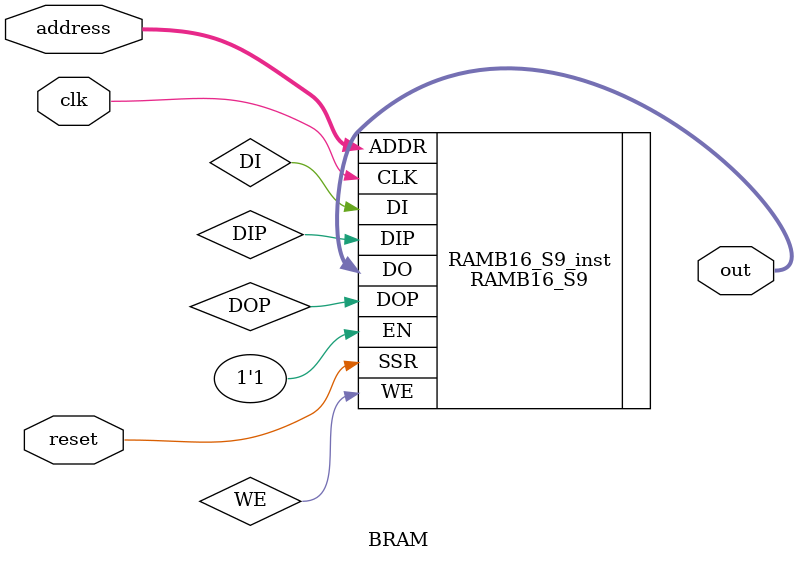
<source format=v>
module BRAM(clk, reset, address, out);

	input clk, reset;
	input [10:0] address;

	output [7:0] out;

	wire clk, reset;
	wire[7:0] out;
	wire[10:0] address;

// RAMB16_S9: 2k x 8 + 1 Parity bit Single-Port RAM
//            Spartan-3E
// Xilinx HDL Language Template, version 14.7

	RAMB16_S9 #(
		.INIT(9'h000),  // Value of output RAM registers at startup
		.SRVAL(9'h000), // Output value upon SSR assertion
		.WRITE_MODE("WRITE_FIRST"), // WRITE_FIRST, READ_FIRST or NO_CHANGE

		// The forllowing INIT_xx declarations specify the initial contents of the RAM
		// Address 0 to 511
		.INIT_00(256'h5E_6F_6E_6D_6C_6B_6A_69_68_67_66_65_64_63_62_61_50_4F_4E_4D_4C_4B_4A_49_48_47_46_45_44_43_42_41),
		.INIT_01(256'h3E_6F_6E_6D_6C_6B_6A_69_68_67_66_65_64_63_62_61_50_4F_4E_4D_4C_4B_4A_49_48_47_46_45_44_43_42_41),
		.INIT_02(256'h76_6F_6E_6D_6C_6B_6A_69_68_67_66_65_64_63_62_61_50_4F_4E_4D_4C_4B_4A_49_48_47_46_45_44_43_42_41),
		.INIT_03(256'h3C_6F_6E_6D_6C_6B_6A_69_68_67_66_65_64_63_62_61_50_4F_4E_4D_4C_4B_4A_49_48_47_46_45_44_43_42_41),
		.INIT_04(256'h00_00_00_00_00_00_00_00_00_00_00_00_00_00_00_00_00_00_00_00_00_00_00_00_00_00_00_00_00_00_00_00),
		.INIT_05(256'h00_00_00_00_00_00_00_00_00_00_00_00_00_00_00_00_00_00_00_00_00_00_00_00_00_00_00_00_00_00_00_00),
		.INIT_06(256'h00_00_00_00_00_00_00_00_00_00_00_00_00_00_00_00_00_00_00_00_00_00_00_00_00_00_00_00_00_00_00_00),
		.INIT_07(256'h00_00_00_00_00_00_00_00_00_00_00_00_00_00_00_00_00_00_00_00_00_00_00_00_00_00_00_00_00_00_00_00),
		.INIT_08(256'h00_00_00_00_00_00_00_00_00_00_00_00_00_00_00_00_00_00_00_00_00_00_00_00_00_00_00_00_00_00_00_00),
		.INIT_09(256'h00_00_00_00_00_00_00_00_00_00_00_00_00_00_00_00_00_00_00_00_00_00_00_00_00_00_00_00_00_00_00_00),
		.INIT_0A(256'h00_00_00_00_00_00_00_00_00_00_00_00_00_00_00_00_00_00_00_00_00_00_00_00_00_00_00_00_00_00_00_00),
		.INIT_0B(256'h00_00_00_00_00_00_00_00_00_00_00_00_00_00_00_00_00_00_00_00_00_00_00_00_00_00_00_00_00_00_00_00),
		.INIT_0C(256'h00_00_00_00_00_00_00_00_00_00_00_00_00_00_00_00_00_00_00_00_00_00_00_00_00_00_00_00_00_00_00_00),
		.INIT_0D(256'h00_00_00_00_00_00_00_00_00_00_00_00_00_00_00_00_00_00_00_00_00_00_00_00_00_00_00_00_00_00_00_00),
		.INIT_0E(256'h00_00_00_00_00_00_00_00_00_00_00_00_00_00_00_00_00_00_00_00_00_00_00_00_00_00_00_00_00_00_00_00),
		.INIT_0F(256'h00_00_00_00_00_00_00_00_00_00_00_00_00_00_00_00_00_00_00_00_00_00_00_00_00_00_00_00_00_00_00_00),
		// Address 512 to 1023
		.INIT_10(256'h00_00_00_00_00_00_00_00_00_00_00_00_00_00_00_00_00_00_00_00_00_00_00_00_00_00_00_00_00_00_00_00),
		.INIT_11(256'h00_00_00_00_00_00_00_00_00_00_00_00_00_00_00_00_00_00_00_00_00_00_00_00_00_00_00_00_00_00_00_00),
		.INIT_12(256'h00_00_00_00_00_00_00_00_00_00_00_00_00_00_00_00_00_00_00_00_00_00_00_00_00_00_00_00_00_00_00_00),
		.INIT_13(256'h00_00_00_00_00_00_00_00_00_00_00_00_00_00_00_00_00_00_00_00_00_00_00_00_00_00_00_00_00_00_00_00),
		.INIT_14(256'h00_00_00_00_00_00_00_00_00_00_00_00_00_00_00_00_00_00_00_00_00_00_00_00_00_00_00_00_00_00_00_00),
		.INIT_15(256'h00_00_00_00_00_00_00_00_00_00_00_00_00_00_00_00_00_00_00_00_00_00_00_00_00_00_00_00_00_00_00_00),
		.INIT_16(256'h00_00_00_00_00_00_00_00_00_00_00_00_00_00_00_00_00_00_00_00_00_00_00_00_00_00_00_00_00_00_00_00),
		.INIT_17(256'h00_00_00_00_00_00_00_00_00_00_00_00_00_00_00_00_00_00_00_00_00_00_00_00_00_00_00_00_00_00_00_00),
		.INIT_18(256'h00_00_00_00_00_00_00_00_00_00_00_00_00_00_00_00_00_00_00_00_00_00_00_00_00_00_00_00_00_00_00_00),
		.INIT_19(256'h00_00_00_00_00_00_00_00_00_00_00_00_00_00_00_00_00_00_00_00_00_00_00_00_00_00_00_00_00_00_00_00),
		.INIT_1A(256'h00_00_00_00_00_00_00_00_00_00_00_00_00_00_00_00_00_00_00_00_00_00_00_00_00_00_00_00_00_00_00_00),
		.INIT_1B(256'h00_00_00_00_00_00_00_00_00_00_00_00_00_00_00_00_00_00_00_00_00_00_00_00_00_00_00_00_00_00_00_00),
		.INIT_1C(256'h00_00_00_00_00_00_00_00_00_00_00_00_00_00_00_00_00_00_00_00_00_00_00_00_00_00_00_00_00_00_00_00),
		.INIT_1D(256'h00_00_00_00_00_00_00_00_00_00_00_00_00_00_00_00_00_00_00_00_00_00_00_00_00_00_00_00_00_00_00_00),
		.INIT_1E(256'h00_00_00_00_00_00_00_00_00_00_00_00_00_00_00_00_00_00_00_00_00_00_00_00_00_00_00_00_00_00_00_00),
		.INIT_1F(256'h00_00_00_00_00_00_00_00_00_00_00_00_00_00_00_00_00_00_00_00_00_00_00_00_00_00_00_00_00_00_00_00),
		// Address 1024 to 1535
		.INIT_20(256'h00_00_00_00_00_00_00_00_00_00_00_00_00_00_00_00_00_00_00_00_00_00_00_00_00_00_00_00_00_00_00_00),
		.INIT_21(256'h00_00_00_00_00_00_00_00_00_00_00_00_00_00_00_00_00_00_00_00_00_00_00_00_00_00_00_00_00_00_00_00),
		.INIT_22(256'h00_00_00_00_00_00_00_00_00_00_00_00_00_00_00_00_00_00_00_00_00_00_00_00_00_00_00_00_00_00_00_00),
		.INIT_23(256'h00_00_00_00_00_00_00_00_00_00_00_00_00_00_00_00_00_00_00_00_00_00_00_00_00_00_00_00_00_00_00_00),
		.INIT_24(256'h00_00_00_00_00_00_00_00_00_00_00_00_00_00_00_00_00_00_00_00_00_00_00_00_00_00_00_00_00_00_00_00),
		.INIT_25(256'h00_00_00_00_00_00_00_00_00_00_00_00_00_00_00_00_00_00_00_00_00_00_00_00_00_00_00_00_00_00_00_00),
		.INIT_26(256'h00_00_00_00_00_00_00_00_00_00_00_00_00_00_00_00_00_00_00_00_00_00_00_00_00_00_00_00_00_00_00_00),
		.INIT_27(256'h00_00_00_00_00_00_00_00_00_00_00_00_00_00_00_00_00_00_00_00_00_00_00_00_00_00_00_00_00_00_00_00),
		.INIT_28(256'h00_00_00_00_00_00_00_00_00_00_00_00_00_00_00_00_00_00_00_00_00_00_00_00_00_00_00_00_00_00_00_00),
		.INIT_29(256'h00_00_00_00_00_00_00_00_00_00_00_00_00_00_00_00_00_00_00_00_00_00_00_00_00_00_00_00_00_00_00_00),
		.INIT_2A(256'h00_00_00_00_00_00_00_00_00_00_00_00_00_00_00_00_00_00_00_00_00_00_00_00_00_00_00_00_00_00_00_00),
		.INIT_2B(256'h00_00_00_00_00_00_00_00_00_00_00_00_00_00_00_00_00_00_00_00_00_00_00_00_00_00_00_00_00_00_00_00),
		.INIT_2C(256'h00_00_00_00_00_00_00_00_00_00_00_00_00_00_00_00_00_00_00_00_00_00_00_00_00_00_00_00_00_00_00_00),
		.INIT_2D(256'h00_00_00_00_00_00_00_00_00_00_00_00_00_00_00_00_00_00_00_00_00_00_00_00_00_00_00_00_00_00_00_00),
		.INIT_2E(256'h00_00_00_00_00_00_00_00_00_00_00_00_00_00_00_00_00_00_00_00_00_00_00_00_00_00_00_00_00_00_00_00),
		.INIT_2F(256'h00_00_00_00_00_00_00_00_00_00_00_00_00_00_00_00_00_00_00_00_00_00_00_00_00_00_00_00_00_00_00_00),
		// Address 1536 to 2047
		.INIT_30(256'h00_00_00_00_00_00_00_00_00_00_00_00_00_00_00_00_00_00_00_00_00_00_00_00_00_00_00_00_00_00_00_00),
		.INIT_31(256'h00_00_00_00_00_00_00_00_00_00_00_00_00_00_00_00_00_00_00_00_00_00_00_00_00_00_00_00_00_00_00_00),
		.INIT_32(256'h00_00_00_00_00_00_00_00_00_00_00_00_00_00_00_00_00_00_00_00_00_00_00_00_00_00_00_00_00_00_00_00),
		.INIT_33(256'h00_00_00_00_00_00_00_00_00_00_00_00_00_00_00_00_00_00_00_00_00_00_00_00_00_00_00_00_00_00_00_00),
		.INIT_34(256'h00_00_00_00_00_00_00_00_00_00_00_00_00_00_00_00_00_00_00_00_00_00_00_00_00_00_00_00_00_00_00_00),
		.INIT_35(256'h00_00_00_00_00_00_00_00_00_00_00_00_00_00_00_00_00_00_00_00_00_00_00_00_00_00_00_00_00_00_00_00),
		.INIT_36(256'h00_00_00_00_00_00_00_00_00_00_00_00_00_00_00_00_00_00_00_00_00_00_00_00_00_00_00_00_00_00_00_00),
		.INIT_37(256'h00_00_00_00_00_00_00_00_00_00_00_00_00_00_00_00_00_00_00_00_00_00_00_00_00_00_00_00_00_00_00_00),
		.INIT_38(256'h00_00_00_00_00_00_00_00_00_00_00_00_00_00_00_00_00_00_00_00_00_00_00_00_00_00_00_00_00_00_00_00),
		.INIT_39(256'h00_00_00_00_00_00_00_00_00_00_00_00_00_00_00_00_00_00_00_00_00_00_00_00_00_00_00_00_00_00_00_00),
		.INIT_3A(256'h00_00_00_00_00_00_00_00_00_00_00_00_00_00_00_00_00_00_00_00_00_00_00_00_00_00_00_00_00_00_00_00),
		.INIT_3B(256'h00_00_00_00_00_00_00_00_00_00_00_00_00_00_00_00_00_00_00_00_00_00_00_00_00_00_00_00_00_00_00_00),
		.INIT_3C(256'h00_00_00_00_00_00_00_00_00_00_00_00_00_00_00_00_00_00_00_00_00_00_00_00_00_00_00_00_00_00_00_00),
		.INIT_3D(256'h00_00_00_00_00_00_00_00_00_00_00_00_00_00_00_00_00_00_00_00_00_00_00_00_00_00_00_00_00_00_00_00),
		.INIT_3E(256'h00_00_00_00_00_00_00_00_00_00_00_00_00_00_00_00_00_00_00_00_00_00_00_00_00_00_00_00_00_00_00_00),
		.INIT_3F(256'h00_00_00_00_00_00_00_00_00_00_00_00_00_00_00_00_00_00_00_00_00_00_00_00_00_00_00_00_00_00_00_00),

		// The next set of INITP_xx are for the parity bits
		// Address 0 to 511
		.INITP_00(256'h0000000000000000000000000000000000000000000000000000000000000000),
		.INITP_01(256'h0000000000000000000000000000000000000000000000000000000000000000),
		// Address 512 to 1023
		.INITP_02(256'h0000000000000000000000000000000000000000000000000000000000000000),
		.INITP_03(256'h0000000000000000000000000000000000000000000000000000000000000000),
		// Address 1024 to 1535
		.INITP_04(256'h0000000000000000000000000000000000000000000000000000000000000000),
		.INITP_05(256'h0000000000000000000000000000000000000000000000000000000000000000),
		// Address 1536 to 2047
		.INITP_06(256'h0000000000000000000000000000000000000000000000000000000000000000),
		.INITP_07(256'h0000000000000000000000000000000000000000000000000000000000000000)
		) RAMB16_S9_inst (
			.DO(out),      // 8-bit Data Output
			.DOP(DOP),    // 1-bit parity Output
			.ADDR(address),  // 11-bit Address Input
			.CLK(clk),    // Clock
			.DI(DI),      // 8-bit Data Input
			.DIP(DIP),    // 1-bit parity Input
			.EN(1'b1),      // RAM Enable Input
			.SSR(reset),    // Synchronous Set/Reset Input
			.WE(WE)       // Write Enable Input
			);

			// End of RAMB16_S9_inst instantiation
endmodule // BRAM

</source>
